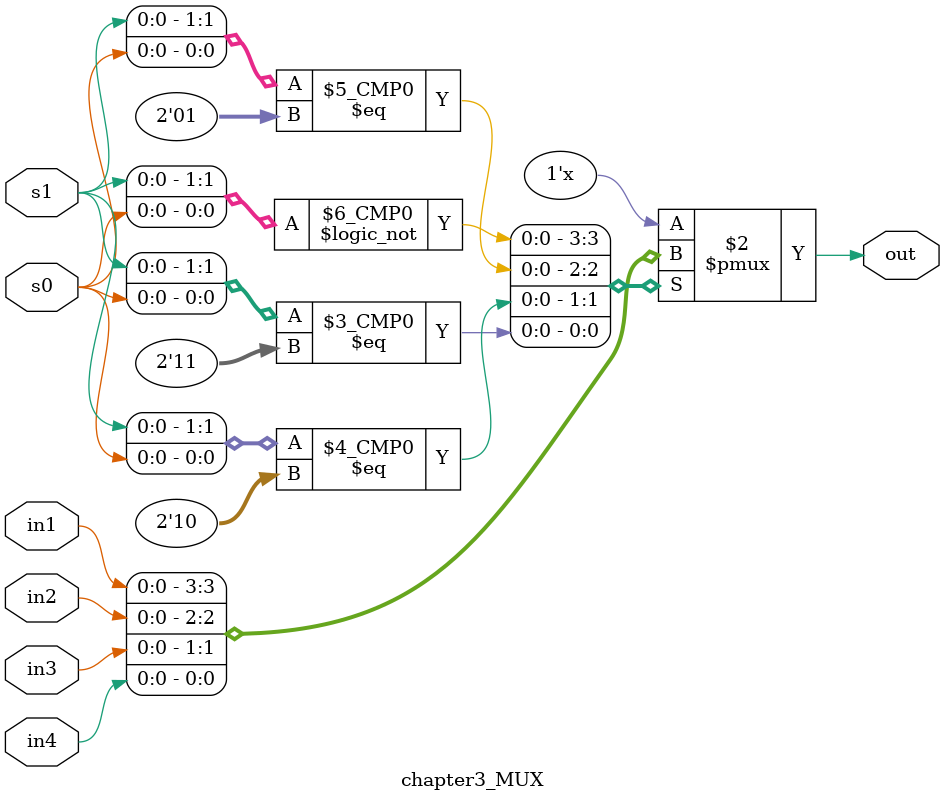
<source format=v>
module  chapter3_MUX(
    input in1,in2,in3,in4,
    input s0,s1,
    output reg out
);
always@*
begin
    case ({s1,s0})
        2'd0:out = in1;
        2'd1:out = in2;
        2'd2:out = in3;
        2'd3:out = in4;
        default: out = in1;
    endcase
end
    
endmodule
</source>
